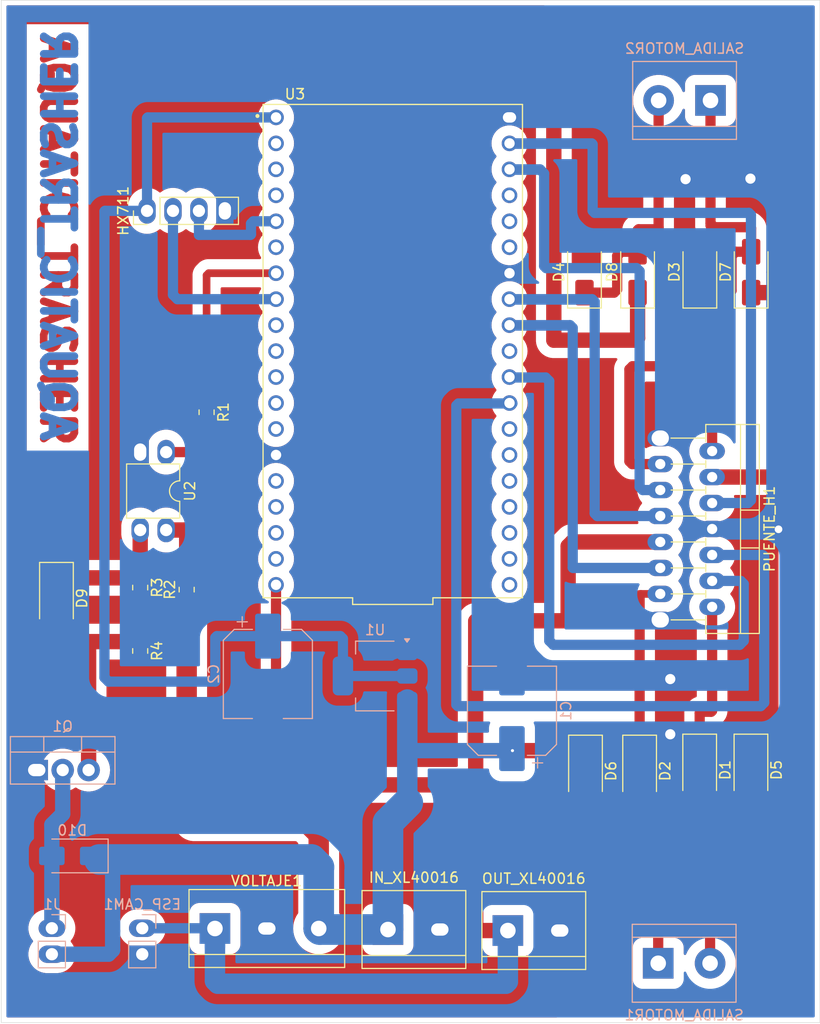
<source format=kicad_pcb>
(kicad_pcb (version 20240108) (generator "pcbnew") (generator_version "8.0")
  (layers (0 "F.Cu" signal) (31 "B.Cu" signal) (34 "B.Paste" user) (35 "F.Paste" user) (36 "B.SilkS" user "B.Silkscreen") (37 "F.SilkS" user "F.Silkscreen") (38 "B.Mask" user) (39 "F.Mask" user) (44 "Edge.Cuts" user))
  (net 0 "")
  (net 1 "GND")
  (net 2 "+12V")
  (net 3 "+5V")
  (net 4 "OUT4")
  (net 5 "OUT3")
  (net 6 "OUT1")
  (net 7 "OUT2")
  (net 8 "Net-(D9-K)")
  (net 9 "Net-(D10-A)")
  (net 10 "SCK")
  (net 11 "DT")
  (net 12 "IN3")
  (net 13 "EnA")
  (net 14 "IN4")
  (net 15 "EnB")
  (net 16 "IN2")
  (net 17 "IN1")
  (net 18 "Net-(Q1-G)")
  (net 19 "PWM")
  (net 20 "Net-(R1-Pad2)")
  (net 21 "3,3V")
  (net 22 "Net-(R2-Pad2)")
  (footprint "TerminalBlock:TerminalBlock_bornier-2_P5.08mm" (layer "F.Cu") (at 98 127.85)
    (property "Reference" "OUT_XL40016" (at 2.54 -5.08 0) (layer "F.SilkS"))
    (property "Value" "~")
    (pad "1" thru_hole rect (at 0 0) (size 3 3) (drill 1.52) (layers "*.Cu" "*.Mask") (net 3 "+5V"))
    (pad "2" thru_hole circle (at 5.08 0) (size 3 3) (drill oval 1.7 1.2) (layers "*.Cu" "*.Mask") (net 1 "GND"))
  )
  (footprint "Diode_SMD:D_SMA" (layer "F.Cu") (at 121.82 63.45 90)
    (property "Reference" "D7" (at 0 -2.5 -90) (layer "F.SilkS"))
    (property "Value" "1N4148WT" (hide yes))
    (pad "1" smd roundrect (at -2 0 90) (size 2.5 1.8) (layers "F.Cu" "F.Paste" "F.Mask") (roundrect_rratio 0.1388888889) (net 2 "+12V"))
    (pad "2" smd roundrect (at 2 0 90) (size 2.5 1.8) (layers "F.Cu" "F.Paste" "F.Mask") (roundrect_rratio 0.1388888889) (net 6 "OUT1"))
  )
  (footprint "Diode_SMD:D_SMA" (layer "F.Cu") (at 53.8 95.35 -90)
    (property "Reference" "D9" (at 0 -2.5 90) (layer "F.SilkS"))
    (property "Value" "1N4148")
    (pad "1" smd roundrect (at -2 0 270) (size 2.5 1.8) (layers "F.Cu" "F.Paste" "F.Mask") (roundrect_rratio 0.1388888889) (net 8 "Net-(D9-K)"))
    (pad "2" smd roundrect (at 2 0 270) (size 2.5 1.8) (layers "F.Cu" "F.Paste" "F.Mask") (roundrect_rratio 0.1388888889) (net 1 "GND"))
  )
  (footprint "Diode_SMD:D_SMA" (layer "F.Cu") (at 110.7 63.45 90)
    (property "Reference" "D8" (at 0 -2.5 -90) (layer "F.SilkS"))
    (property "Value" "1N4148WT" (hide yes))
    (pad "1" smd roundrect (at -2 0 90) (size 2.5 1.8) (layers "F.Cu" "F.Paste" "F.Mask") (roundrect_rratio 0.1388888889) (net 2 "+12V"))
    (pad "2" smd roundrect (at 2 0 90) (size 2.5 1.8) (layers "F.Cu" "F.Paste" "F.Mask") (roundrect_rratio 0.1388888889) (net 7 "OUT2"))
  )
  (footprint "Resistor_SMD:R_0805_2012Metric" (layer "F.Cu") (at 66.55 94.5 90)
    (property "Reference" "R2" (at 0 -1.65 -90) (layer "F.SilkS"))
    (property "Value" "4,7K")
    (pad "1" smd roundrect (at -0.9125 0 90) (size 1.025 1.4) (layers "F.Cu" "F.Paste" "F.Mask") (roundrect_rratio 0.243902) (net 2 "+12V"))
    (pad "2" smd roundrect (at 0.9125 0 90) (size 1.025 1.4) (layers "F.Cu" "F.Paste" "F.Mask") (roundrect_rratio 0.243902) (net 22 "Net-(R2-Pad2)"))
  )
  (footprint "Resistor_SMD:R_0805_2012Metric" (layer "F.Cu") (at 62 94.3 -90)
    (property "Reference" "R3" (at 0 -1.65 90) (layer "F.SilkS"))
    (property "Value" "100")
    (pad "1" smd roundrect (at -0.9125 0 270) (size 1.025 1.4) (layers "F.Cu" "F.Paste" "F.Mask") (roundrect_rratio 0.243902) (net 8 "Net-(D9-K)"))
    (pad "2" smd roundrect (at 0.9125 0 270) (size 1.025 1.4) (layers "F.Cu" "F.Paste" "F.Mask") (roundrect_rratio 0.243902) (net 18 "Net-(Q1-G)"))
  )
  (footprint "TerminalBlock:TerminalBlock_bornier-3_P5.08mm" (layer "F.Cu") (at 69.32 127.65)
    (property "Reference" "VOLTAJE1" (at 5.05 -4.65 0) (layer "F.SilkS"))
    (property "Value" "~")
    (pad "1" thru_hole rect (at 0 0) (size 3 3) (drill 1.52) (layers "*.Cu" "*.Mask") (net 3 "+5V"))
    (pad "2" thru_hole circle (at 5.08 0) (size 3 3) (drill oval 1.7 1.2) (layers "*.Cu" "*.Mask") (net 1 "GND"))
    (pad "3" thru_hole circle (at 10.16 0) (size 3 3) (drill 1.52) (layers "*.Cu" "*.Mask") (net 2 "+12V"))
  )
  (footprint "Diode_SMD:D_SMA" (layer "F.Cu") (at 110.9 112.25 -90)
    (property "Reference" "D2" (at 0 -2.5 90) (layer "F.SilkS"))
    (property "Value" "1N4148WT" (hide yes))
    (pad "1" smd roundrect (at -2 0 270) (size 2.5 1.8) (layers "F.Cu" "F.Paste" "F.Mask") (roundrect_rratio 0.1388888889) (net 5 "OUT3"))
    (pad "2" smd roundrect (at 2 0 270) (size 2.5 1.8) (layers "F.Cu" "F.Paste" "F.Mask") (roundrect_rratio 0.1388888889) (net 1 "GND"))
  )
  (footprint "Resistor_SMD:R_0805_2012Metric" (layer "F.Cu") (at 68.5 77.15 -90)
    (property "Reference" "R1" (at 0 -1.65 90) (layer "F.SilkS"))
    (property "Value" "1K")
    (pad "1" smd roundrect (at -0.9125 0 270) (size 1.025 1.4) (layers "F.Cu" "F.Paste" "F.Mask") (roundrect_rratio 0.243902) (net 19 "PWM"))
    (pad "2" smd roundrect (at 0.9125 0 270) (size 1.025 1.4) (layers "F.Cu" "F.Paste" "F.Mask") (roundrect_rratio 0.243902) (net 20 "Net-(R1-Pad2)"))
  )
  (footprint "NODEMCU-32S:MODULE_NODEMCU-32S" (layer "F.Cu") (at 86.73 71.17)
    (property "Reference" "U3" (at -9.575 -25.135 0) (layer "F.SilkS"))
    (property "Value" "NODEMCU-32S")
    (pad "J1_1" thru_hole circle (at -11.43 -22.86) (size 1.524 1.524) (drill 1.016) (layers "*.Cu" "*.Mask"))
    (pad "J1_2" thru_hole circle (at -11.43 -20.32) (size 1.524 1.524) (drill 1.016) (layers "*.Cu" "*.Mask"))
    (pad "J1_3" thru_hole circle (at -11.43 -17.78) (size 1.524 1.524) (drill 1.016) (layers "*.Cu" "*.Mask"))
    (pad "J1_4" thru_hole circle (at -11.43 -15.24) (size 1.524 1.524) (drill 1.016) (layers "*.Cu" "*.Mask"))
    (pad "J1_5" thru_hole circle (at -11.43 -12.7) (size 1.524 1.524) (drill 1.016) (layers "*.Cu" "*.Mask") (net 11 "DT"))
    (pad "J1_6" thru_hole circle (at -11.43 -10.16) (size 1.524 1.524) (drill 1.016) (layers "*.Cu" "*.Mask"))
    (pad "J1_7" thru_hole circle (at -11.43 -7.62) (size 1.524 1.524) (drill 1.016) (layers "*.Cu" "*.Mask") (net 19 "PWM"))
    (pad "J1_8" thru_hole circle (at -11.43 -5.08) (size 1.524 1.524) (drill 1.016) (layers "*.Cu" "*.Mask") (net 10 "SCK"))
    (pad "J1_9" thru_hole circle (at -11.43 -2.54) (size 1.524 1.524) (drill 1.016) (layers "*.Cu" "*.Mask"))
    (pad "J1_10" thru_hole circle (at -11.43 0) (size 1.524 1.524) (drill 1.016) (layers "*.Cu" "*.Mask"))
    (pad "J1_11" thru_hole circle (at -11.43 2.54) (size 1.524 1.524) (drill 1.016) (layers "*.Cu" "*.Mask"))
    (pad "J1_12" thru_hole circle (at -11.43 5.08) (size 1.524 1.524) (drill 1.016) (layers "*.Cu" "*.Mask"))
    (pad "J1_13" thru_hole circle (at -11.43 7.62) (size 1.524 1.524) (drill 1.016) (layers "*.Cu" "*.Mask"))
    (pad "J1_14" thru_hole circle (at -11.43 10.16) (size 1.524 1.524) (drill 1.016) (layers "*.Cu" "*.Mask") (net 1 "GND"))
    (pad "J1_15" thru_hole circle (at -11.43 12.7) (size 1.524 1.524) (drill 1.016) (layers "*.Cu" "*.Mask"))
    (pad "J1_16" thru_hole circle (at -11.43 15.24) (size 1.524 1.524) (drill 1.016) (layers "*.Cu" "*.Mask"))
    (pad "J1_17" thru_hole circle (at -11.43 17.78) (size 1.524 1.524) (drill 1.016) (layers "*.Cu" "*.Mask"))
    (pad "J1_18" thru_hole circle (at -11.43 20.32) (size 1.524 1.524) (drill 1.016) (layers "*.Cu" "*.Mask"))
    (pad "J1_19" thru_hole circle (at -11.43 22.86) (size 1.524 1.524) (drill 1.016) (layers "*.Cu" "*.Mask") (net 3 "+5V"))
    (pad "J2_1" thru_hole circle (at 11.43 -22.86) (size 1.524 1.524) (drill oval 1.3 1.016) (layers "*.Cu" "*.Mask") (net 1 "GND"))
    (pad "J2_2" thru_hole circle (at 11.43 -20.32) (size 1.524 1.524) (drill 1.016) (layers "*.Cu" "*.Mask") (net 13 "EnA"))
    (pad "J2_3" thru_hole circle (at 11.43 -17.78) (size 1.524 1.524) (drill 1.016) (layers "*.Cu" "*.Mask") (net 17 "IN1"))
    (pad "J2_4" thru_hole circle (at 11.43 -15.24) (size 1.524 1.524) (drill 1.016) (layers "*.Cu" "*.Mask"))
    (pad "J2_5" thru_hole circle (at 11.43 -12.7) (size 1.524 1.524) (drill 1.016) (layers "*.Cu" "*.Mask"))
    (pad "J2_6" thru_hole circle (at 11.43 -10.16) (size 1.524 1.524) (drill 1.016) (layers "*.Cu" "*.Mask"))
    (pad "J2_7" thru_hole circle (at 11.43 -7.62) (size 1.524 1.524) (drill 1.016) (layers "*.Cu" "*.Mask") (net 1 "GND"))
    (pad "J2_8" thru_hole circle (at 11.43 -5.08) (size 1.524 1.524) (drill 1.016) (layers "*.Cu" "*.Mask") (net 16 "IN2"))
    (pad "J2_9" thru_hole circle (at 11.43 -2.54) (size 1.524 1.524) (drill 1.016) (layers "*.Cu" "*.Mask") (net 15 "EnB"))
    (pad "J2_10" thru_hole circle (at 11.43 0) (size 1.524 1.524) (drill 1.016) (layers "*.Cu" "*.Mask"))
    (pad "J2_11" thru_hole circle (at 11.43 2.54) (size 1.524 1.524) (drill 1.016) (layers "*.Cu" "*.Mask") (net 14 "IN4"))
    (pad "J2_12" thru_hole circle (at 11.43 5.08) (size 1.524 1.524) (drill 1.016) (layers "*.Cu" "*.Mask") (net 12 "IN3"))
    (pad "J2_13" thru_hole circle (at 11.43 7.62) (size 1.524 1.524) (drill 1.016) (layers "*.Cu" "*.Mask"))
    (pad "J2_14" thru_hole circle (at 11.43 10.16) (size 1.524 1.524) (drill 1.016) (layers "*.Cu" "*.Mask"))
    (pad "J2_15" thru_hole circle (at 11.43 12.7) (size 1.524 1.524) (drill 1.016) (layers "*.Cu" "*.Mask"))
    (pad "J2_16" thru_hole circle (at 11.43 15.24) (size 1.524 1.524) (drill 1.016) (layers "*.Cu" "*.Mask"))
    (pad "J2_17" thru_hole circle (at 11.43 17.78) (size 1.524 1.524) (drill 1.016) (layers "*.Cu" "*.Mask"))
    (pad "J2_18" thru_hole circle (at 11.43 20.32) (size 1.524 1.524) (drill 1.016) (layers "*.Cu" "*.Mask"))
    (pad "J2_19" thru_hole circle (at 11.43 22.86) (size 1.524 1.524) (drill 1.016) (layers "*.Cu" "*.Mask"))
  )
  (footprint "TerminalBlock:TerminalBlock_bornier-2_P5.08mm" (layer "F.Cu") (at 86.26 127.75)
    (property "Reference" "IN_XL40016" (at 2.54 -5.08 0) (layer "F.SilkS"))
    (property "Value" "~")
    (pad "1" thru_hole rect (at 0 0) (size 3 3) (drill 1.52) (layers "*.Cu" "*.Mask") (net 2 "+12V"))
    (pad "2" thru_hole circle (at 5.08 0) (size 3 3) (drill oval 1.7 1.2) (layers "*.Cu" "*.Mask") (net 1 "GND"))
  )
  (footprint "Package_TO_SOT_THT:TO-220-15_P2.54x2.54mm_StaggerOdd_Lead4.58mm_Vertical" (layer "F.Cu") (at 112.92 79.68 -90)
    (property "Reference" "PUENTE_H1" (at 8.89 -10.7 90) (layer "F.SilkS"))
    (property "Value" "L298N")
    (pad "1" thru_hole oval (at 0 0 270) (size 1.6 2.5) (drill oval 1.5 1.7) (layers "*.Cu" "*.Mask") (net 1 "GND"))
    (pad "2" thru_hole oval (at 1.27 -5.08 270) (size 1.6 2.5) (drill 1) (layers "*.Cu" "*.Mask") (net 6 "OUT1"))
    (pad "3" thru_hole oval (at 2.54 0 270) (size 1.6 2.5) (drill 1) (layers "*.Cu" "*.Mask") (net 7 "OUT2"))
    (pad "4" thru_hole oval (at 3.81 -5.08 270) (size 1.6 2.5) (drill 1) (layers "*.Cu" "*.Mask") (net 2 "+12V"))
    (pad "5" thru_hole oval (at 5.08 0 270) (size 1.6 2.5) (drill 1) (layers "*.Cu" "*.Mask") (net 17 "IN1"))
    (pad "6" thru_hole oval (at 6.35 -5.08 270) (size 1.6 2.5) (drill 1) (layers "*.Cu" "*.Mask") (net 13 "EnA"))
    (pad "7" thru_hole oval (at 7.62 0 270) (size 1.6 2.5) (drill 1) (layers "*.Cu" "*.Mask") (net 16 "IN2"))
    (pad "8" thru_hole oval (at 8.89 -5.08 270) (size 1.6 2.5) (drill 1) (layers "*.Cu" "*.Mask") (net 1 "GND"))
    (pad "9" thru_hole oval (at 10.16 0 270) (size 1.6 2.5) (drill 1) (layers "*.Cu" "*.Mask") (net 3 "+5V"))
    (pad "10" thru_hole oval (at 11.43 -5.08 270) (size 1.6 2.5) (drill 1) (layers "*.Cu" "*.Mask") (net 12 "IN3"))
    (pad "11" thru_hole oval (at 12.7 0 270) (size 1.6 2.5) (drill 1) (layers "*.Cu" "*.Mask") (net 15 "EnB"))
    (pad "12" thru_hole oval (at 13.97 -5.08 270) (size 1.6 2.5) (drill 1) (layers "*.Cu" "*.Mask") (net 14 "IN4"))
    (pad "13" thru_hole oval (at 15.24 0 270) (size 1.6 2.5) (drill 1) (layers "*.Cu" "*.Mask") (net 5 "OUT3"))
    (pad "14" thru_hole oval (at 16.51 -5.08 270) (size 1.6 2.5) (drill 1) (layers "*.Cu" "*.Mask") (net 4 "OUT4"))
    (pad "15" thru_hole oval (at 17.78 0 270) (size 1.6 2.5) (drill oval 1.5 1.7) (layers "*.Cu" "*.Mask") (net 1 "GND"))
  )
  (footprint "Diode_SMD:D_SMA" (layer "F.Cu") (at 116.8 63.45 90)
    (property "Reference" "D3" (at 0 -2.5 -90) (layer "F.SilkS"))
    (property "Value" "1N4148WT" (hide yes))
    (pad "1" smd roundrect (at -2 0 90) (size 2.5 1.8) (layers "F.Cu" "F.Paste" "F.Mask") (roundrect_rratio 0.1388888889) (net 6 "OUT1"))
    (pad "2" smd roundrect (at 2 0 90) (size 2.5 1.8) (layers "F.Cu" "F.Paste" "F.Mask") (roundrect_rratio 0.1388888889) (net 1 "GND"))
  )
  (footprint "Package_DIP:DIP-4_W7.62mm" (layer "F.Cu") (at 64.54 81.05 -90)
    (property "Reference" "U2" (at 3.81 -2.33 90) (layer "F.SilkS"))
    (property "Value" "PC817")
    (pad "1" thru_hole oval (at 0 0 270) (size 2.4 1.7) (drill 1.2) (layers "*.Cu" "*.Mask") (net 20 "Net-(R1-Pad2)"))
    (pad "2" thru_hole rect (at 0 2.54 270) (size 2.4 1.7) (drill oval 1.7 1.2) (layers "*.Cu" "*.Mask") (net 1 "GND"))
    (pad "3" thru_hole oval (at 7.62 2.54 270) (size 2.4 1.7) (drill 1.2) (layers "*.Cu" "*.Mask") (net 8 "Net-(D9-K)"))
    (pad "4" thru_hole oval (at 7.62 0 270) (size 2.4 1.7) (drill 1.2) (layers "*.Cu" "*.Mask") (net 22 "Net-(R2-Pad2)"))
  )
  (footprint "Diode_SMD:D_SMA" (layer "F.Cu") (at 116.78 112.15 -90)
    (property "Reference" "D1" (at 0 -2.5 90) (layer "F.SilkS"))
    (property "Value" "1N4148WT" (hide yes))
    (pad "1" smd roundrect (at -2 0 270) (size 2.5 1.8) (layers "F.Cu" "F.Paste" "F.Mask") (roundrect_rratio 0.1388888889) (net 4 "OUT4"))
    (pad "2" smd roundrect (at 2 0 270) (size 2.5 1.8) (layers "F.Cu" "F.Paste" "F.Mask") (roundrect_rratio 0.1388888889) (net 1 "GND"))
  )
  (footprint "Diode_SMD:D_SMA" (layer "F.Cu") (at 121.8 112.15 -90)
    (property "Reference" "D5" (at 0 -2.5 90) (layer "F.SilkS"))
    (property "Value" "1N4148WT" (hide yes))
    (pad "1" smd roundrect (at -2 0 270) (size 2.5 1.8) (layers "F.Cu" "F.Paste" "F.Mask") (roundrect_rratio 0.1388888889) (net 2 "+12V"))
    (pad "2" smd roundrect (at 2 0 270) (size 2.5 1.8) (layers "F.Cu" "F.Paste" "F.Mask") (roundrect_rratio 0.1388888889) (net 4 "OUT4"))
  )
  (footprint "Connector_PinHeader_2.54mm:PinHeader_1x04_P2.54mm_Vertical" (layer "F.Cu") (at 62.67 57.45 90)
    (property "Reference" "HX711" (at 0 -2.33 -90) (layer "F.SilkS"))
    (property "Value" "~")
    (pad "1" thru_hole oval (at 0 0 90) (size 2.5 1.7) (drill 1.2) (layers "*.Cu" "*.Mask") (net 21 "3,3V"))
    (pad "2" thru_hole oval (at 0 2.54 90) (size 2.5 1.7) (drill 1.2) (layers "*.Cu" "*.Mask") (net 10 "SCK"))
    (pad "3" thru_hole oval (at 0 5.08 90) (size 2.5 1.7) (drill 1.2) (layers "*.Cu" "*.Mask") (net 11 "DT"))
    (pad "4" thru_hole rect (at 0 7.62 90) (size 2.5 1.7) (drill oval 1.7 1.2) (layers "*.Cu" "*.Mask") (net 1 "GND"))
  )
  (footprint "Resistor_SMD:R_0805_2012Metric" (layer "F.Cu") (at 62 100.5 -90)
    (property "Reference" "R4" (at 0 -1.65 90) (layer "F.SilkS"))
    (property "Value" "4,7K")
    (pad "1" smd roundrect (at -0.9125 0 270) (size 1.025 1.4) (layers "F.Cu" "F.Paste" "F.Mask") (roundrect_rratio 0.243902) (net 18 "Net-(Q1-G)"))
    (pad "2" smd roundrect (at 0.9125 0 270) (size 1.025 1.4) (layers "F.Cu" "F.Paste" "F.Mask") (roundrect_rratio 0.243902) (net 1 "GND"))
  )
  (footprint "Diode_SMD:D_SMA" (layer "F.Cu") (at 105.6 112.25 -90)
    (property "Reference" "D6" (at 0 -2.5 90) (layer "F.SilkS"))
    (property "Value" "1N4148WT" (hide yes))
    (pad "1" smd roundrect (at -2 0 270) (size 2.5 1.8) (layers "F.Cu" "F.Paste" "F.Mask") (roundrect_rratio 0.1388888889) (net 2 "+12V"))
    (pad "2" smd roundrect (at 2 0 270) (size 2.5 1.8) (layers "F.Cu" "F.Paste" "F.Mask") (roundrect_rratio 0.1388888889) (net 5 "OUT3"))
  )
  (footprint "Diode_SMD:D_SMA" (layer "F.Cu") (at 105.5 63.45 90)
    (property "Reference" "D4" (at 0 -2.5 -90) (layer "F.SilkS"))
    (property "Value" "1N4148WT" (hide yes))
    (pad "1" smd roundrect (at -2 0 90) (size 2.5 1.8) (layers "F.Cu" "F.Paste" "F.Mask") (roundrect_rratio 0.1388888889) (net 7 "OUT2"))
    (pad "2" smd roundrect (at 2 0 90) (size 2.5 1.8) (layers "F.Cu" "F.Paste" "F.Mask") (roundrect_rratio 0.1388888889) (net 1 "GND"))
  )
  (footprint "Capacitor_SMD:CP_Elec_8x10.5" (layer "B.Cu") (at 98.4 106.35 90)
    (property "Reference" "C1" (at 0 5.3 -90) (layer "B.SilkS") (effects (justify mirror)))
    (property "Value" "220")
    (pad "1" smd roundrect (at -3.7 0 90) (size 4.4 2.5) (layers "B.Cu" "B.Paste" "B.Mask") (roundrect_rratio 0.1) (net 2 "+12V"))
    (pad "2" smd roundrect (at 3.7 0 90) (size 4.4 2.5) (layers "B.Cu" "B.Paste" "B.Mask") (roundrect_rratio 0.1) (net 1 "GND"))
  )
  (footprint "Package_TO_SOT_THT:TO-220-3_Vertical" (layer "B.Cu") (at 56.95 112.15 180)
    (property "Reference" "Q1" (at 2.54 4.27 180) (layer "B.SilkS") (effects (justify mirror)))
    (property "Value" "IRF540N")
    (pad "1" thru_hole circle (at 0 0 180) (size 2.2 2.2) (drill 1.2) (layers "*.Cu" "*.Mask") (net 18 "Net-(Q1-G)"))
    (pad "2" thru_hole circle (at 2.54 0 180) (size 2.2 2.2) (drill 1.2) (layers "*.Cu" "*.Mask") (net 9 "Net-(D10-A)"))
    (pad "3" thru_hole rect (at 5.08 0 180) (size 2.2 2) (drill oval 1.7 1.2) (layers "*.Cu" "*.Mask") (net 1 "GND"))
  )
  (footprint "Capacitor_SMD:CP_Elec_8x10.5" (layer "B.Cu") (at 74.5 102.75 -90)
    (property "Reference" "C2" (at 0 5.3 90) (layer "B.SilkS") (effects (justify mirror)))
    (property "Value" "220")
    (pad "1" smd roundrect (at -3.7 0 270) (size 4.4 2.5) (layers "B.Cu" "B.Paste" "B.Mask") (roundrect_rratio 0.1) (net 21 "3,3V"))
    (pad "2" smd roundrect (at 3.7 0 270) (size 4.4 2.5) (layers "B.Cu" "B.Paste" "B.Mask") (roundrect_rratio 0.1) (net 1 "GND"))
  )
  (footprint "Connector_PinHeader_2.54mm:PinHeader_1x02_P2.54mm_Vertical" (layer "B.Cu") (at 53.35 127.625 180)
    (property "Reference" "J1" (at 0 2.33 180) (layer "B.SilkS") (effects (justify mirror)))
    (property "Value" "MOTOR_CINTA")
    (pad "1" thru_hole oval (at 0 0 180) (size 2.6 1.7) (drill 1.2) (layers "*.Cu" "*.Mask") (net 9 "Net-(D10-A)"))
    (pad "2" thru_hole oval (at 0 -2.54 180) (size 2.6 1.7) (drill 1.2) (layers "*.Cu" "*.Mask") (net 2 "+12V"))
  )
  (footprint "TerminalBlock:TerminalBlock_bornier-2_P5.08mm" (layer "B.Cu") (at 112.72 131.05)
    (property "Reference" "SALIDA_MOTOR1" (at 2.54 5.08 0) (layer "B.SilkS") (effects (justify mirror)))
    (property "Value" "~")
    (pad "1" thru_hole rect (at 0 0) (size 3 3) (drill 1.52) (layers "*.Cu" "*.Mask") (net 5 "OUT3"))
    (pad "2" thru_hole circle (at 5.08 0) (size 3 3) (drill 1.52) (layers "*.Cu" "*.Mask") (net 4 "OUT4"))
  )
  (footprint "Diode_SMD:D_SMA" (layer "B.Cu") (at 55.35 120.55 180)
    (property "Reference" "D10" (at 0 2.5 180) (layer "B.SilkS") (effects (justify mirror)))
    (property "Value" "1N4007")
    (pad "1" smd roundrect (at -2 0 180) (size 2.5 1.8) (layers "B.Cu" "B.Paste" "B.Mask") (roundrect_rratio 0.1388888889) (net 2 "+12V"))
    (pad "2" smd roundrect (at 2 0 180) (size 2.5 1.8) (layers "B.Cu" "B.Paste" "B.Mask") (roundrect_rratio 0.1388888889) (net 9 "Net-(D10-A)"))
  )
  (footprint "TerminalBlock:TerminalBlock_bornier-2_P5.08mm" (layer "B.Cu") (at 117.84 46.65 180)
    (property "Reference" "SALIDA_MOTOR2" (at 2.54 5.08 180) (layer "B.SilkS") (effects (justify mirror)))
    (property "Value" "~")
    (pad "1" thru_hole rect (at 0 0 180) (size 3 3) (drill 1.52) (layers "*.Cu" "*.Mask") (net 6 "OUT1"))
    (pad "2" thru_hole circle (at 5.08 0 180) (size 3 3) (drill 1.52) (layers "*.Cu" "*.Mask") (net 7 "OUT2"))
  )
  (footprint "Connector_PinHeader_2.54mm:PinHeader_1x02_P2.54mm_Vertical" (layer "B.Cu") (at 62.2 127.625 180)
    (property "Reference" "ESP_CAM1" (at 0 2.33 180) (layer "B.SilkS") (effects (justify mirror)))
    (property "Value" "~" (hide yes))
    (pad "1" thru_hole oval (at 0 0 180) (size 2.6 1.7) (drill 1.2) (layers "*.Cu" "*.Mask") (net 3 "+5V"))
    (pad "2" thru_hole rect (at 0 -2.54 180) (size 2.6 1.7) (drill 1.2) (layers "*.Cu" "*.Mask") (net 1 "GND"))
  )
  (footprint "Package_TO_SOT_SMD:SOT-223-3_TabPin2" (layer "B.Cu") (at 85 102.95 180)
    (property "Reference" "U1" (at 0 4.5 180) (layer "B.SilkS") (effects (justify mirror)))
    (property "Value" "AMS1117")
    (pad "1" smd roundrect (at -3.15 2.3 180) (size 2 1.5) (layers "B.Cu" "B.Paste" "B.Mask") (net 1 "GND"))
    (pad "2" smd roundrect (at -3.15 0 180) (size 2 1.5) (layers "B.Cu" "B.Paste" "B.Mask") (net 21 "3,3V"))
    (pad "2" smd roundrect (at 3.15 0 180) (size 2 3.8) (layers "B.Cu" "B.Paste" "B.Mask") (net 21 "3,3V"))
    (pad "3" smd roundrect (at -3.15 -2.3 180) (size 2 1.5) (layers "B.Cu" "B.Paste" "B.Mask") (net 2 "+12V"))
  )
  (gr_rect (start 48.4 36.85) (end 128.55 136.85) (stroke (width 0.05)) (fill none) (layer "Edge.Cuts"))
  (gr_text "AQUATIC_TRASHER .\n" (at 52.15 39.8 270) (layer "F.Cu") (effects (font (size 3 3) (thickness 0.75) (bold yes)) (justify left bottom)))
  (gr_text "AQUATIC_TRASHER" (at 52.15 80.3 -90) (layer "B.Cu") (effects (font (size 3 3) (thickness 0.75) (bold yes)) (justify left bottom mirror)))
  (via (at 115.4 54.35) (size 1.5) (drill 1) (layers "F.Cu" "B.Cu") (net 1))
  (via (at 121.75 54.3) (size 1.5) (drill 1) (layers "F.Cu" "B.Cu") (net 1))
  (via (at 113.9 108.65) (size 1.5) (drill 1) (layers "F.Cu" "B.Cu") (net 1))
  (via (at 124.5 88.6) (size 1.5) (drill 0.75) (layers "F.Cu" "B.Cu") (net 1))
  (via (at 113.9 103.25) (size 1.5) (drill 1) (layers "F.Cu" "B.Cu") (net 1))
  (segment (start 67.3 117.1) (end 78.1 117.1) (width 2) (layer "F.Cu") (net 2))
  (segment (start 101.775 110.275) (end 101.75 110.25) (width 1.5) (layer "F.Cu") (net 2))
  (segment (start 125.6 65.45) (end 126.2 64.85) (width 1.5) (layer "F.Cu") (net 2))
  (segment (start 126.2 65.7) (end 126.2 83) (width 1.5) (layer "F.Cu") (net 2))
  (segment (start 121.8 65.47) (end 121.82 65.45) (width 0.75) (layer "F.Cu") (net 2))
  (segment (start 121.8 110.15) (end 123 110.15) (width 1.5) (layer "F.Cu") (net 2))
  (segment (start 126.25 83.95) (end 126.25 109.45) (width 1.5) (layer "F.Cu") (net 2))
  (segment (start 126.45 134.45) (end 126.45 111.05) (width 1.5) (layer "F.Cu") (net 2))
  (segment (start 125.71 83.49) (end 125.75 83.45) (width 0.75) (layer "F.Cu") (net 2))
  (segment (start 103.3 38.35) (end 102.5 39.15) (width 1.5) (layer "F.Cu") (net 2))
  (segment (start 126.2 83) (end 125.75 83.45) (width 1.5) (layer "F.Cu") (net 2))
  (segment (start 126.2 64.85) (end 126.15 64.8) (width 1.5) (layer "F.Cu") (net 2))
  (segment (start 123 110.15) (end 125.55 110.15) (width 1.5) (layer "F.Cu") (net 2))
  (segment (start 110.5 70.1) (end 110.7 69.9) (width 1.5) (layer "F.Cu") (net 2))
  (segment (start 121.82 65.45) (end 125 65.45) (width 1.5) (layer "F.Cu") (net 2))
  (segment (start 118 83.49) (end 125.71 83.49) (width 1.5) (layer "F.Cu") (net 2))
  (segment (start 110.7 69.9) (end 110.7 65.45) (width 1.5) (layer "F.Cu") (net 2))
  (segment (start 102.5 70.1) (end 110.5 70.1) (width 1.5) (layer "F.Cu") (net 2))
  (segment (start 79.48 118.48) (end 79.48 127.65) (width 2) (layer "F.Cu") (net 2))
  (segment (start 125 65.45) (end 125.95 65.45) (width 1.5) (layer "F.Cu") (net 2))
  (segment (start 125.75 83.45) (end 126.25 83.95) (width 1.5) (layer "F.Cu") (net 2))
  (segment (start 78.1 117.1) (end 79.48 118.48) (width 2) (layer "F.Cu") (net 2))
  (segment (start 126.15 64.8) (end 126.15 39.1) (width 1.5) (layer "F.Cu") (net 2))
  (segment (start 66.55 116.35) (end 67.3 117.1) (width 2) (layer "F.Cu") (net 2))
  (segment (start 101.775 132.825) (end 101.775 110.275) (width 1.5) (layer "F.Cu") (net 2))
  (segment (start 125.55 110.15) (end 126.25 109.45) (width 1.5) (layer "F.Cu") (net 2))
  (segment (start 66.55 95.4125) (end 66.55 116.35) (width 2) (layer "F.Cu") (net 2))
  (segment (start 126.35 134.55) (end 126.45 134.45) (width 1.5) (layer "F.Cu") (net 2))
  (segment (start 103.3 110.25) (end 105.6 110.25) (width 1.5) (layer "F.Cu") (net 2))
  (segment (start 102.05 133) (end 103.6 134.55) (width 1.5) (layer "F.Cu") (net 2))
  (segment (start 126.15 39.1) (end 125.4 38.35) (width 1.5) (layer "F.Cu") (net 2))
  (segment (start 98.45 110.25) (end 105.6 110.25) (width 1.5) (layer "F.Cu") (net 2))
  (segment (start 126.45 111.05) (end 125.55 110.15) (width 1.5) (layer "F.Cu") (net 2))
  (segment (start 125.4 38.35) (end 103.3 38.35) (width 1.5) (layer "F.Cu") (net 2))
  (segment (start 103.6 134.55) (end 126.35 134.55) (width 1.5) (layer "F.Cu") (net 2))
  (segment (start 102.5 39.15) (end 102.5 70.1) (width 1.5) (layer "F.Cu") (net 2))
  (segment (start 125 65.45) (end 125.6 65.45) (width 1.5) (layer "F.Cu") (net 2))
  (segment (start 125.95 65.45) (end 126.2 65.7) (width 1.5) (layer "F.Cu") (net 2))
  (via (at 98.45 110.25) (size 2) (drill 0.3) (layers "F.Cu" "B.Cu") (net 2))
  (segment (start 98.45 110.25) (end 88.2 110.25) (width 1.5) (layer "B.Cu") (net 2))
  (segment (start 59.3 120.9) (end 59.3 127.9) (width 1.5) (layer "B.Cu") (net 2))
  (segment (start 53.35 130.165) (end 58.885 130.165) (width 1.5) (layer "B.Cu") (net 2))
  (segment (start 88.15 110.3) (end 88.15 115.3) (width 2) (layer "B.Cu") (net 2))
  (segment (start 79.5 121.65) (end 79.48 121.67) (width 3) (layer "B.Cu") (net 2))
  (segment (start 88.15 105.25) (end 88.15 110.3) (width 2) (layer "B.Cu") (net 2))
  (segment (start 59.3 129.75) (end 59.3 127.9) (width 1.5) (layer "B.Cu") (net 2))
  (segment (start 79.58 127.75) (end 79.48 127.65) (width 3) (layer "B.Cu") (net 2))
  (segment (start 86.26 127.75) (end 79.58 127.75) (width 3) (layer "B.Cu") (net 2))
  (segment (start 58 120.9) (end 78.75 120.9) (width 3) (layer "B.Cu") (net 2))
  (segment (start 78.75 120.9) (end 79.5 121.65) (width 3) (layer "B.Cu") (net 2))
  (segment (start 79.48 121.67) (end 79.48 127.65) (width 3) (layer "B.Cu") (net 2))
  (segment (start 88.15 115.3) (end 88.2 115.35) (width 2) (layer "B.Cu") (net 2))
  (segment (start 88.2 110.25) (end 88.15 110.3) (width 1.5) (layer "B.Cu") (net 2))
  (segment (start 58.885 130.165) (end 59.3 129.75) (width 1.5) (layer "B.Cu") (net 2))
  (segment (start 58 120.9) (end 59.3 120.9) (width 0.75) (layer "B.Cu") (net 2))
  (segment (start 86.26 117.29) (end 88.2 115.35) (width 3) (layer "B.Cu") (net 2))
  (segment (start 86.26 127.75) (end 86.26 117.29) (width 3) (layer "B.Cu") (net 2))
  (segment (start 94.85 113.6) (end 94.85 127.75) (width 1.5) (layer "F.Cu") (net 3))
  (segment (start 75.75 113.6) (end 94.85 113.6) (width 1.5) (layer "F.Cu") (net 3))
  (segment (start 103.9 90.25) (end 103.9 97.3) (width 1.5) (layer "F.Cu") (net 3))
  (segment (start 112.92 89.84) (end 104.31 89.84) (width 1.5) (layer "F.Cu") (net 3))
  (segment (start 94.85 97.6) (end 94.85 113.6) (width 1.5) (layer "F.Cu") (net 3))
  (segment (start 94.9 97.55) (end 94.85 97.6) (width 1.5) (layer "F.Cu") (net 3))
  (segment (start 75.3 94.03) (end 75.3 113.15) (width 1) (layer "F.Cu") (net 3))
  (segment (start 94.85 127.75) (end 94.95 127.85) (width 1.5) (layer "F.Cu") (net 3))
  (segment (start 104.31 89.84) (end 103.9 90.25) (width 1.5) (layer "F.Cu") (net 3))
  (segment (start 75.3 113.15) (end 75.65 113.5) (width 1) (layer "F.Cu") (net 3))
  (segment (start 103.9 97.3) (end 103.65 97.55) (width 1.5) (layer "F.Cu") (net 3))
  (segment (start 75.65 113.5) (end 75.75 113.6) (width 1.5) (layer "F.Cu") (net 3))
  (segment (start 103.65 97.55) (end 94.9 97.55) (width 1.5) (layer "F.Cu") (net 3))
  (segment (start 94.95 127.85) (end 98 127.85) (width 1.5) (layer "F.Cu") (net 3))
  (segment (start 69.32 127.65) (end 69.32 132.77) (width 2) (layer "B.Cu") (net 3))
  (segment (start 69.295 127.625) (end 69.32 127.65) (width 1) (layer "B.Cu") (net 3))
  (segment (start 62.2 127.625) (end 69.295 127.625) (width 1) (layer "B.Cu") (net 3))
  (segment (start 69.6 133.05) (end 97.8 133.05) (width 2) (layer "B.Cu") (net 3))
  (segment (start 98 132.85) (end 98 127.85) (width 2) (layer "B.Cu") (net 3))
  (segment (start 69.32 132.77) (end 69.6 133.05) (width 2) (layer "B.Cu") (net 3))
  (segment (start 97.8 133.05) (end 98 132.85) (width 2) (layer "B.Cu") (net 3))
  (segment (start 69.32 127.65) (end 69.32 129.43) (width 2) (layer "B.Cu") (net 3))
  (segment (start 119.8 110.15) (end 116.78 110.15) (width 1) (layer "F.Cu") (net 4))
  (segment (start 118 106.35) (end 117.9 106.45) (width 1) (layer "F.Cu") (net 4))
  (segment (start 117.9 106.45) (end 116.9 106.45) (width 1) (layer "F.Cu") (net 4))
  (segment (start 117.8 131.05) (end 117.8 117.15) (width 1) (layer "F.Cu") (net 4))
  (segment (start 121.6 116.95) (end 121.8 116.75) (width 1) (layer "F.Cu") (net 4))
  (segment (start 117.8 117.15) (end 118 116.95) (width 1) (layer "F.Cu") (net 4))
  (segment (start 120 113.95) (end 120 110.35) (width 1) (layer "F.Cu") (net 4))
  (segment (start 121.8 114.15) (end 120.2 114.15) (width 1) (layer "F.Cu") (net 4))
  (segment (start 120.2 114.15) (end 120 113.95) (width 1) (layer "F.Cu") (net 4))
  (segment (start 121.8 116.75) (end 121.8 114.15) (width 1) (layer "F.Cu") (net 4))
  (segment (start 118 116.95) (end 121.6 116.95) (width 1) (layer "F.Cu") (net 4))
  (segment (start 116.78 106.57) (end 116.78 110.15) (width 1) (layer "F.Cu") (net 4))
  (segment (start 118 96.19) (end 118 106.35) (width 1) (layer "F.Cu") (net 4))
  (segment (start 120 110.35) (end 119.8 110.15) (width 1) (layer "F.Cu") (net 4))
  (segment (start 116.9 106.45) (end 116.78 106.57) (width 1) (layer "F.Cu") (net 4))
  (segment (start 105.6 117.15) (end 105.9 117.45) (width 1) (layer "F.Cu") (net 5))
  (segment (start 110.9 110.25) (end 109.2 110.25) (width 1) (layer "F.Cu") (net 5))
  (segment (start 110.9 95.05) (end 111.03 94.92) (width 0.75) (layer "F.Cu") (net 5))
  (segment (start 109.1 114.15) (end 109 114.25) (width 0.75) (layer "F.Cu") (net 5))
  (segment (start 111.03 94.92) (end 112.92 94.92) (width 0.75) (layer "F.Cu") (net 5))
  (segment (start 110.9 110.25) (end 110.9 95.05) (width 1) (layer "F.Cu") (net 5))
  (segment (start 109.1 110.35) (end 109.1 114.15) (width 1) (layer "F.Cu") (net 5))
  (segment (start 112.4 117.45) (end 112.72 117.77) (width 1) (layer "F.Cu") (net 5))
  (segment (start 105.6 114.25) (end 105.6 117.15) (width 1) (layer "F.Cu") (net 5))
  (segment (start 105.9 117.45) (end 112.4 117.45) (width 1) (layer "F.Cu") (net 5))
  (segment (start 112.72 117.77) (end 112.72 131.05) (width 1) (layer "F.Cu") (net 5))
  (segment (start 109.2 110.25) (end 109.1 110.35) (width 0.75) (layer "F.Cu") (net 5))
  (segment (start 109 114.25) (end 105.6 114.25) (width 1) (layer "F.Cu") (net 5))
  (segment (start 121.82 61.45) (end 120.3 61.45) (width 1) (layer "F.Cu") (net 6))
  (segment (start 118 80.95) (end 118 68.7) (width 1) (layer "F.Cu") (net 6))
  (segment (start 117.84 46.65) (end 117.84 58.69) (width 1) (layer "F.Cu") (net 6))
  (segment (start 118 59.05) (end 118.2 59.05) (width 1) (layer "F.Cu") (net 6))
  (segment (start 117.84 58.69) (end 118.2 59.05) (width 1) (layer "F.Cu") (net 6))
  (segment (start 119.9 61.85) (end 119.9 65.25) (width 1) (layer "F.Cu") (net 6))
  (segment (start 116.8 68.35) (end 116.8 65.45) (width 1) (layer "F.Cu") (net 6))
  (segment (start 119.9 65.25) (end 119.7 65.45) (width 1) (layer "F.Cu") (net 6))
  (segment (start 116.9 68.45) (end 116.8 68.35) (width 1) (layer "F.Cu") (net 6))
  (segment (start 120.3 61.45) (end 119.9 61.85) (width 1) (layer "F.Cu") (net 6))
  (segment (start 117.84 58.89) (end 118 59.05) (width 1) (layer "F.Cu") (net 6))
  (segment (start 121.82 59.17) (end 121.82 61.45) (width 1) (layer "F.Cu") (net 6))
  (segment (start 117.75 68.45) (end 116.9 68.45) (width 1) (layer "F.Cu") (net 6))
  (segment (start 118 68.7) (end 117.75 68.45) (width 1) (layer "F.Cu") (net 6))
  (segment (start 119.7 65.45) (end 116.8 65.45) (width 1) (layer "F.Cu") (net 6))
  (segment (start 118.2 59.05) (end 121.7 59.05) (width 1) (layer "F.Cu") (net 6))
  (segment (start 121.7 59.05) (end 121.82 59.17) (width 1) (layer "F.Cu") (net 6))
  (segment (start 113.8 72.35) (end 113.5 72.65) (width 1) (layer "F.Cu") (net 7))
  (segment (start 108.7 61.85) (end 108.7 65.15) (width 1) (layer "F.Cu") (net 7))
  (segment (start 113.8 61.75) (end 113.8 72.35) (width 1) (layer "F.Cu") (net 7))
  (segment (start 112.6 59.25) (end 110.8 59.25) (width 1) (layer "F.Cu") (net 7))
  (segment (start 110.2 72.65) (end 109.9 72.95) (width 1) (layer "F.Cu") (net 7))
  (segment (start 110.7 61.45) (end 109.1 61.45) (width 1) (layer "F.Cu") (net 7))
  (segment (start 110.17 82.22) (end 112.92 82.22) (width 1) (layer "F.Cu") (net 7))
  (segment (start 110.7 59.35) (end 110.7 61.45) (width 1) (layer "F.Cu") (net 7))
  (segment (start 109.9 72.95) (end 109.9 81.95) (width 1) (layer "F.Cu") (net 7))
  (segment (start 112.76 46.65) (end 112.76 59.09) (width 1) (layer "F.Cu") (net 7))
  (segment (start 108.7 65.15) (end 108.4 65.45) (width 1) (layer "F.Cu") (net 7))
  (segment (start 108.4 65.45) (end 105.5 65.45) (width 1) (layer "F.Cu") (net 7))
  (segment (start 109.9 81.95) (end 110.17 82.22) (width 1) (layer "F.Cu") (net 7))
  (segment (start 109.1 61.45) (end 108.7 61.85) (width 1) (layer "F.Cu") (net 7))
  (segment (start 110.7 61.45) (end 113.5 61.45) (width 1) (layer "F.Cu") (net 7))
  (segment (start 112.76 59.09) (end 112.6 59.25) (width 1) (layer "F.Cu") (net 7))
  (segment (start 113.5 61.45) (end 113.8 61.75) (width 1) (layer "F.Cu") (net 7))
  (segment (start 110.8 59.25) (end 110.7 59.35) (width 1) (layer "F.Cu") (net 7))
  (segment (start 113.5 72.65) (end 110.2 72.65) (width 1) (layer "F.Cu") (net 7))
  (segment (start 62 93.3875) (end 62 88.67) (width 1.5) (layer "F.Cu") (net 8))
  (segment (start 53.8 93.35) (end 61.9625 93.35) (width 1.5) (layer "F.Cu") (net 8))
  (segment (start 61.9625 93.35) (end 62 93.3875) (width 1.5) (layer "F.Cu") (net 8))
  (segment (start 53.35 117.5) (end 54.41 116.44) (width 1.5) (layer "B.Cu") (net 9))
  (segment (start 53.35 120.55) (end 53.35 117.5) (width 1.5) (layer "B.Cu") (net 9))
  (segment (start 53.35 127.625) (end 53.35 120.55) (width 1.5) (layer "B.Cu") (net 9))
  (segment (start 54.41 116.44) (end 54.41 112.15) (width 1.5) (layer "B.Cu") (net 9))
  (segment (start 65.21 65.66) (end 65.64 66.09) (width 1) (layer "B.Cu") (net 10))
  (segment (start 65.21 57.45) (end 65.21 65.66) (width 1) (layer "B.Cu") (net 10))
  (segment (start 65.64 66.09) (end 75.3 66.09) (width 1) (layer "B.Cu") (net 10))
  (segment (start 73.08 58.47) (end 75.3 58.47) (width 1) (layer "B.Cu") (net 11))
  (segment (start 72.8 59.8) (end 72.85 59.75) (width 1) (layer "B.Cu") (net 11))
  (segment (start 67.75 59.8) (end 72.8 59.8) (width 1) (layer "B.Cu") (net 11))
  (segment (start 72.85 59.75) (end 72.85 58.7) (width 1) (layer "B.Cu") (net 11))
  (segment (start 67.75 57.45) (end 67.75 59.8) (width 1) (layer "B.Cu") (net 11))
  (segment (start 72.85 58.7) (end 73.08 58.47) (width 1) (layer "B.Cu") (net 11))
  (segment (start 92.95 105.75) (end 92.95 76.5) (width 1) (layer "B.Cu") (net 12))
  (segment (start 123.1 91.25) (end 123.1 105.55) (width 1) (layer "B.Cu") (net 12))
  (segment (start 93.16 76.29) (end 98.45 76.29) (width 1) (layer "B.Cu") (net 12))
  (segment (start 93.1 105.9) (end 92.95 105.75) (width 1) (layer "B.Cu") (net 12))
  (segment (start 123.1 105.55) (end 122.75 105.9) (width 1) (layer "B.Cu") (net 12))
  (segment (start 118 91.11) (end 122.96 91.11) (width 1) (layer "B.Cu") (net 12))
  (segment (start 122.75 105.9) (end 93.1 105.9) (width 1) (layer "B.Cu") (net 12))
  (segment (start 122.96 91.11) (end 123.1 91.25) (width 0.75) (layer "B.Cu") (net 12))
  (segment (start 92.95 76.5) (end 93.16 76.29) (width 1) (layer "B.Cu") (net 12))
  (segment (start 106.5 57.65) (end 121.6 57.65) (width 1) (layer "B.Cu") (net 13))
  (segment (start 121.8 57.85) (end 121.8 85.75) (width 1) (layer "B.Cu") (net 13))
  (segment (start 106.3 50.95) (end 106.3 51.35) (width 1) (layer "B.Cu") (net 13))
  (segment (start 98.16 50.85) (end 106.2 50.85) (width 1) (layer "B.Cu") (net 13))
  (segment (start 106.24 50.89) (end 106.3 50.95) (width 1) (layer "B.Cu") (net 13))
  (segment (start 98.5725 50.89) (end 106.24 50.89) (width 1) (layer "B.Cu") (net 13))
  (segment (start 121.6 57.65) (end 121.8 57.85) (width 1) (layer "B.Cu") (net 13))
  (segment (start 106.3 51.35) (end 106.3 57.45) (width 1) (layer "B.Cu") (net 13))
  (segment (start 106.3 57.45) (end 106.5 57.65) (width 1) (layer "B.Cu") (net 13))
  (segment (start 121.8 85.75) (end 121.52 86.03) (width 1) (layer "B.Cu") (net 13))
  (segment (start 121.52 86.03) (end 118 86.03) (width 1) (layer "B.Cu") (net 13))
  (segment (start 106.2 50.85) (end 106.24 50.89) (width 1) (layer "B.Cu") (net 13))
  (segment (start 102.05 74.1) (end 102.05 99.5) (width 1) (layer "B.Cu") (net 14))
  (segment (start 102.05 99.5) (end 102.45 99.9) (width 1) (layer "B.Cu") (net 14))
  (segment (start 101.7 73.75) (end 102.05 74.1) (width 1) (layer "B.Cu") (net 14))
  (segment (start 102.45 99.9) (end 120.7 99.9) (width 1) (layer "B.Cu") (net 14))
  (segment (start 120.8 93.65) (end 118 93.65) (width 1) (layer "B.Cu") (net 14))
  (segment (start 121.1 99.5) (end 121.1 93.95) (width 1) (layer "B.Cu") (net 14))
  (segment (start 121.1 93.95) (end 120.8 93.65) (width 1) (layer "B.Cu") (net 14))
  (segment (start 98.5725 73.75) (end 101.7 73.75) (width 1) (layer "B.Cu") (net 14))
  (segment (start 120.7 99.9) (end 121.1 99.5) (width 1) (layer "B.Cu") (net 14))
  (segment (start 104.12 68.67) (end 98.5725 68.67) (width 1) (layer "B.Cu") (net 15))
  (segment (start 104.38 92.38) (end 104.35 92.35) (width 1) (layer "B.Cu") (net 15))
  (segment (start 104.08 68.63) (end 104.12 68.67) (width 1) (layer "B.Cu") (net 15))
  (segment (start 104.35 92.35) (end 104.35 68.9) (width 1) (layer "B.Cu") (net 15))
  (segment (start 104.35 68.9) (end 104.12 68.67) (width 1) (layer "B.Cu") (net 15))
  (segment (start 98.16 68.63) (end 104.08 68.63) (width 1) (layer "B.Cu") (net 15))
  (segment (start 112.92 92.38) (end 104.38 92.38) (width 1) (layer "B.Cu") (net 15))
  (segment (start 106.5 70.55) (end 106.5 70.95) (width 0.75) (layer "B.Cu") (net 16))
  (segment (start 106.28 66.13) (end 106.5 66.35) (width 1) (layer "B.Cu") (net 16))
  (segment (start 106.5 70.95) (end 106.5 87.05) (width 1) (layer "B.Cu") (net 16))
  (segment (start 106.75 87.3) (end 112.92 87.3) (width 1) (layer "B.Cu") (net 16))
  (segment (start 106.5 66.35) (end 106.5 70.95) (width 1) (layer "B.Cu") (net 16))
  (segment (start 98.16 66.09) (end 106.24 66.09) (width 1) (layer "B.Cu") (net 16))
  (segment (start 106.24 66.09) (end 106.5 66.35) (width 1) (layer "B.Cu") (net 16))
  (segment (start 106.5 87.05) (end 106.75 87.3) (width 1) (layer "B.Cu") (net 16))
  (segment (start 98.5725 66.13) (end 106.28 66.13) (width 1) (layer "B.Cu") (net 16))
  (segment (start 110.6 63.05) (end 110.9 63.35) (width 1) (layer "B.Cu") (net 17))
  (segment (start 101.18 53.43) (end 101.55 53.8) (width 1) (layer "B.Cu") (net 17))
  (segment (start 101.14 53.39) (end 101.18 53.43) (width 1) (layer "B.Cu") (net 17))
  (segment (start 110.9 84.45) (end 111.21 84.76) (width 1) (layer "B.Cu") (net 17))
  (segment (start 98.5725 53.43) (end 101.18 53.43) (width 1) (layer "B.Cu") (net 17))
  (segment (start 98.16 53.39) (end 101.14 53.39) (width 1) (layer "B.Cu") (net 17))
  (segment (start 110.9 63.35) (end 110.9 84.45) (width 1) (layer "B.Cu") (net 17))
  (segment (start 101.55 62.85) (end 101.75 63.05) (width 1) (layer "B.Cu") (net 17))
  (segment (start 101.55 53.8) (end 101.55 62.85) (width 1) (layer "B.Cu") (net 17))
  (segment (start 111.21 84.76) (end 112.92 84.76) (width 1) (layer "B.Cu") (net 17))
  (segment (start 101.75 63.05) (end 110.6 63.05) (width 1) (layer "B.Cu") (net 17))
  (segment (start 56.95 99.7) (end 56.95 112.15) (width 1.5) (layer "F.Cu") (net 18))
  (segment (start 62 99.5875) (end 56.9625 99.5875) (width 1.5) (layer "F.Cu") (net 18))
  (segment (start 56.9 99.65) (end 56.95 99.7) (width 1.5) (layer "F.Cu") (net 18))
  (segment (start 56.9625 99.5875) (end 56.9 99.65) (width 1.5) (layer "F.Cu") (net 18))
  (segment (start 62 99.5875) (end 62 95.2125) (width 1.5) (layer "F.Cu") (net 18))
  (segment (start 68.5 63.75) (end 68.7 63.55) (width 0.75) (layer "F.Cu") (net 19))
  (segment (start 68.5125 76.25) (end 68.5 76.2375) (width 0.75) (layer "F.Cu") (net 19))
  (segment (start 68.7 63.55) (end 75.3 63.55) (width 0.75) (layer "F.Cu") (net 19))
  (segment (start 68.5 76.2375) (end 68.5 63.75) (width 0.75) (layer "F.Cu") (net 19))
  (segment (start 64.54 81.05) (end 68.15 81.05) (width 1) (layer "F.Cu") (net 20))
  (segment (start 68.5 80.7) (end 68.5 78.0625) (width 1) (layer "F.Cu") (net 20))
  (segment (start 68.15 81.05) (end 68.5 80.7) (width 1) (layer "F.Cu") (net 20))
  (segment (start 69.5 99.05) (end 74.5 99.05) (width 1) (layer "B.Cu") (net 21))
  (segment (start 74.5 99.05) (end 81.6 99.05) (width 1) (layer "B.Cu") (net 21))
  (segment (start 58.9 103.5) (end 69.35 103.5) (width 1) (layer "B.Cu") (net 21))
  (segment (start 58.5 103.1) (end 58.9 103.5) (width 1) (layer "B.Cu") (net 21))
  (segment (start 62.67 57.45) (end 58.55 57.45) (width 1) (layer "B.Cu") (net 21))
  (segment (start 62.67 48.38) (end 62.74 48.31) (width 1) (layer "B.Cu") (net 21))
  (segment (start 69.35 99.2) (end 69.5 99.05) (width 1) (layer "B.Cu") (net 21))
  (segment (start 62.67 57.45) (end 62.67 48.38) (width 1) (layer "B.Cu") (net 21))
  (segment (start 81.6 99.05) (end 81.85 99.3) (width 1) (layer "B.Cu") (net 21))
  (segment (start 62.74 48.31) (end 75.3 48.31) (width 1) (layer "B.Cu") (net 21))
  (segment (start 69.35 103.5) (end 69.35 99.2) (width 1) (layer "B.Cu") (net 21))
  (segment (start 58.55 57.45) (end 58.5 57.5) (width 1) (layer "B.Cu") (net 21))
  (segment (start 81.85 102.95) (end 88.15 102.95) (width 1) (layer "B.Cu") (net 21))
  (segment (start 81.85 99.3) (end 81.85 102.95) (width 1) (layer "B.Cu") (net 21))
  (segment (start 58.5 57.5) (end 58.5 103.1) (width 1) (layer "B.Cu") (net 21))
  (segment (start 66.42 88.67) (end 64.54 88.67) (width 1.5) (layer "F.Cu") (net 22))
  (segment (start 66.55 88.8) (end 66.42 88.67) (width 1.5) (layer "F.Cu") (net 22))
  (segment (start 66.55 93.5875) (end 66.55 88.8) (width 1.5) (layer "F.Cu") (net 22))
  (zone (net 1) (net_name "GND") (layer "F.Cu") (connect_pads yes (clearance 1)) (min_thickness 0.25) (fill yes (thermal_gap 0.5) (thermal_bridge_width 0.5))
    (polygon (pts (xy 48.4 36.85) (xy 48.4 136.85) (xy 128.55 136.85) (xy 128.55 36.85)))
  )
  (zone (net 1) (net_name "GND") (layer "B.Cu") (priority 1) (connect_pads yes (clearance 1)) (min_thickness 0.25) (fill yes (thermal_gap 1) (thermal_bridge_width 1))
    (polygon (pts (xy 128.55 136.85) (xy 128.55 36.85) (xy 48.4 36.85) (xy 48.4 136.85)))
  )
)
</source>
